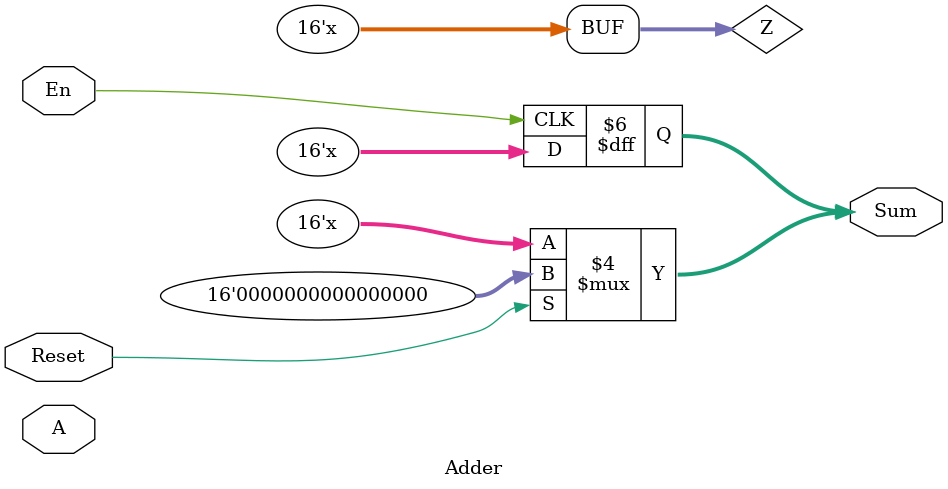
<source format=v>
`timescale 1ns / 1ps
module Adder(
    input [7:0] A,
    input En,
	 input Reset,
    output reg [15:0] Sum
    );
reg [15:0] Z;
always @* begin
Z=A+Sum;
if (Reset)
Sum <= 0;
end 
always @ (posedge En) begin
Sum<=Z ;
end

endmodule

</source>
